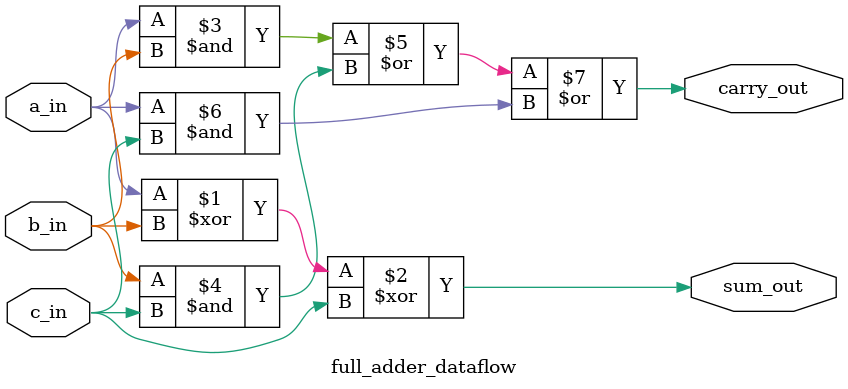
<source format=v>
/**************************************************************************
Description: full adder using data flow abstraction
***************************************************************************/

module full_adder_dataflow(
	input 		a_in,
    input		b_in,
	input		c_in,
	output		sum_out,
	output	    carry_out
);

	assign	sum_out 	= a_in ^ b_in ^ c_in;
	assign 	carry_out 	= (a_in & b_in) | (b_in & c_in) | (a_in & c_in); 

endmodule


</source>
